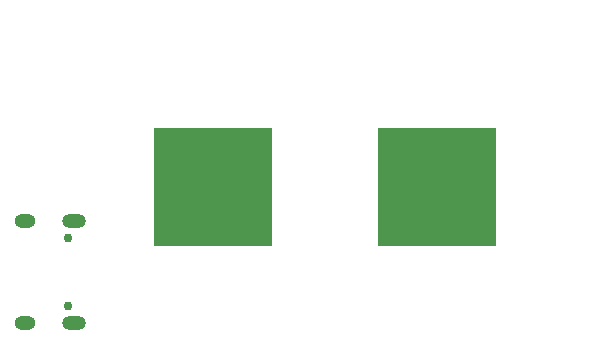
<source format=gbr>
G04*
G04 #@! TF.GenerationSoftware,Altium Limited,Altium Designer,25.2.1 (25)*
G04*
G04 Layer_Color=255*
%FSLAX25Y25*%
%MOIN*%
G70*
G04*
G04 #@! TF.SameCoordinates,44C634AB-46FA-46F5-9040-7CAB15AB579A*
G04*
G04*
G04 #@! TF.FilePolarity,Positive*
G04*
G01*
G75*
%ADD69C,0.00500*%
%ADD70O,0.07087X0.04724*%
%ADD71O,0.07874X0.04724*%
%ADD72C,0.02953*%
%ADD73R,0.39370X0.39370*%
D69*
X88368Y-85099D02*
D03*
X79313D02*
D03*
X172500Y-83500D02*
D03*
Y18000D02*
D03*
X-15000Y-42500D02*
D03*
X84500Y-41500D02*
D03*
X-15000Y18000D02*
D03*
D70*
X-15916Y-52715D02*
D03*
Y-86731D02*
D03*
D71*
X541Y-52715D02*
D03*
Y-86731D02*
D03*
D72*
X-1546Y-81101D02*
D03*
Y-58345D02*
D03*
D73*
X121402Y-41500D02*
D03*
X46598D02*
D03*
M02*

</source>
